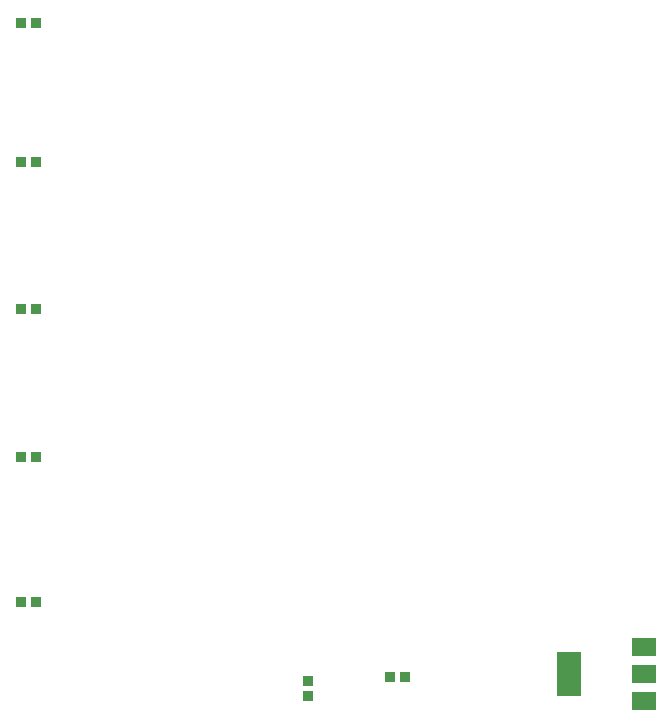
<source format=gbp>
%FSLAX23Y23*%
%MOIN*%
%SFA1B1*%

%IPPOS*%
%ADD16R,0.037400X0.033470*%
%ADD17R,0.033470X0.037400*%
%ADD18R,0.078740X0.149610*%
%ADD19R,0.078740X0.059060*%
%LNpcb1-1*%
%LPD*%
G54D16*
X1325Y149D03*
Y200D03*
G54D17*
X369Y2393D03*
X420D03*
X369Y1440D03*
X420D03*
X369Y947D03*
X420D03*
X369Y465D03*
X420D03*
X1650Y215D03*
X1599D03*
X420Y1930D03*
X369D03*
G54D18*
X2195Y225D03*
G54D19*
X2444Y134D03*
Y225D03*
Y315D03*
M02*
</source>
